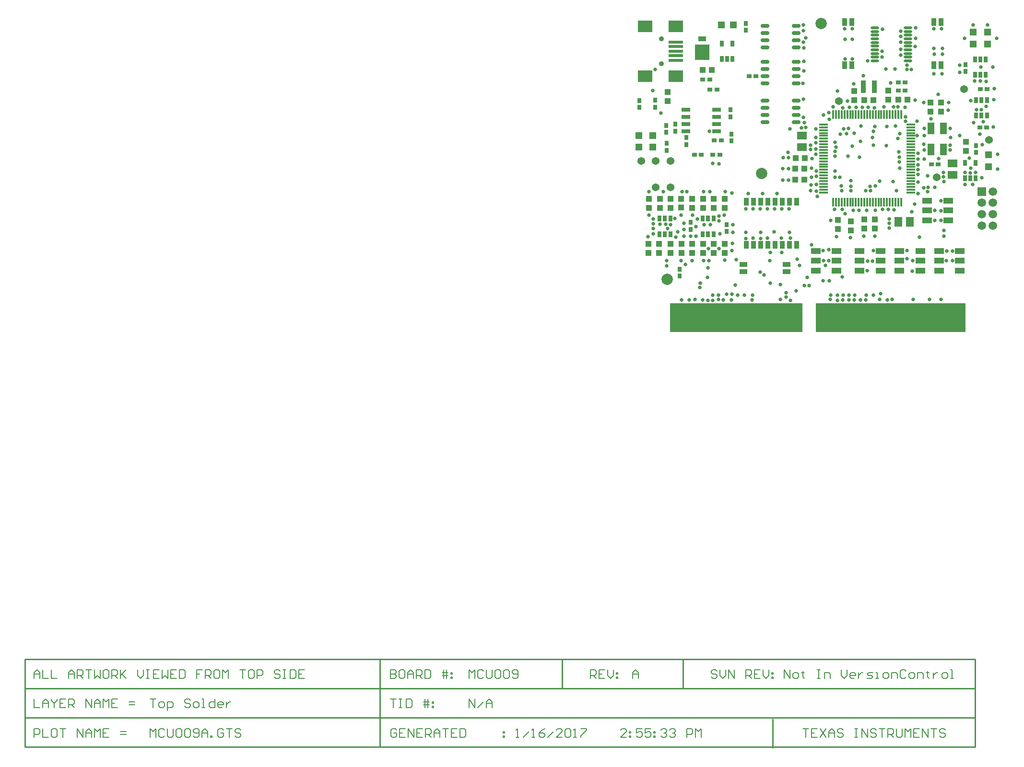
<source format=gts>
G04 Layer_Color=12517376*
%FSAX25Y25*%
%MOIN*%
G70*
G01*
G75*
%ADD27R,0.02165X0.11024*%
%ADD39C,0.01000*%
%ADD40C,0.00800*%
%ADD41C,0.03543*%
%ADD83R,1.04095X0.20472*%
%ADD84R,0.92126X0.20472*%
%ADD85R,0.05118X0.08268*%
%ADD86R,0.10236X0.02362*%
%ADD87R,0.10236X0.08268*%
%ADD88R,0.05118X0.04724*%
%ADD89R,0.06693X0.04331*%
%ADD90R,0.06693X0.04331*%
%ADD91R,0.03386X0.05394*%
%ADD92R,0.05394X0.03386*%
G04:AMPARAMS|DCode=93|XSize=27.56mil|YSize=61.02mil|CornerRadius=3.98mil|HoleSize=0mil|Usage=FLASHONLY|Rotation=90.000|XOffset=0mil|YOffset=0mil|HoleType=Round|Shape=RoundedRectangle|*
%AMROUNDEDRECTD93*
21,1,0.02756,0.05307,0,0,90.0*
21,1,0.01961,0.06102,0,0,90.0*
1,1,0.00795,0.02654,0.00980*
1,1,0.00795,0.02654,-0.00980*
1,1,0.00795,-0.02654,-0.00980*
1,1,0.00795,-0.02654,0.00980*
%
%ADD93ROUNDEDRECTD93*%
%ADD94O,0.01575X0.06102*%
%ADD95O,0.06102X0.01575*%
%ADD96O,0.05905X0.02165*%
%ADD97R,0.10394X0.10894*%
%ADD98R,0.05394X0.03394*%
%ADD99C,0.07874*%
G04:AMPARAMS|DCode=100|XSize=27.56mil|YSize=43.31mil|CornerRadius=3.98mil|HoleSize=0mil|Usage=FLASHONLY|Rotation=0.000|XOffset=0mil|YOffset=0mil|HoleType=Round|Shape=RoundedRectangle|*
%AMROUNDEDRECTD100*
21,1,0.02756,0.03535,0,0,0.0*
21,1,0.01961,0.04331,0,0,0.0*
1,1,0.00795,0.00980,-0.01768*
1,1,0.00795,-0.00980,-0.01768*
1,1,0.00795,-0.00980,0.01768*
1,1,0.00795,0.00980,0.01768*
%
%ADD100ROUNDEDRECTD100*%
%ADD101O,0.06102X0.02756*%
%ADD102R,0.03543X0.09055*%
%ADD103R,0.03543X0.02756*%
%ADD104R,0.04134X0.04331*%
%ADD105R,0.02756X0.03543*%
%ADD106R,0.04331X0.04134*%
%ADD107R,0.04724X0.05118*%
%ADD108R,0.05394X0.06694*%
%ADD109R,0.06694X0.05394*%
%ADD110C,0.05394*%
%ADD111C,0.05905*%
%ADD112R,0.05905X0.05905*%
%ADD113C,0.02594*%
G54D27*
X0690421Y0338093D02*
D03*
X0687272D02*
D03*
X0684122D02*
D03*
X0680973D02*
D03*
X0677823D02*
D03*
X0674673D02*
D03*
X0671524D02*
D03*
X0668374D02*
D03*
X0665225D02*
D03*
X0662075D02*
D03*
X0658925D02*
D03*
X0655776D02*
D03*
X0652626D02*
D03*
X0649476D02*
D03*
X0646327D02*
D03*
X0643177D02*
D03*
X0640028D02*
D03*
X0636878D02*
D03*
X0633729D02*
D03*
X0630579D02*
D03*
X0627429D02*
D03*
X0624280D02*
D03*
X0621130D02*
D03*
X0617980D02*
D03*
X0614831D02*
D03*
X0611681D02*
D03*
X0608532D02*
D03*
X0605382D02*
D03*
X0602232D02*
D03*
X0599083D02*
D03*
X0595933D02*
D03*
X0592784D02*
D03*
X0577036D02*
D03*
X0573886D02*
D03*
X0570736D02*
D03*
X0567587D02*
D03*
X0564437D02*
D03*
X0561287D02*
D03*
X0558138D02*
D03*
X0554988D02*
D03*
X0551839D02*
D03*
X0548689D02*
D03*
X0545540D02*
D03*
X0542390D02*
D03*
X0539240D02*
D03*
X0536091D02*
D03*
X0532941D02*
D03*
X0529791D02*
D03*
X0526642D02*
D03*
X0523492D02*
D03*
X0520343D02*
D03*
X0517193D02*
D03*
X0514043D02*
D03*
X0510894D02*
D03*
X0507744D02*
D03*
X0504595D02*
D03*
X0501445D02*
D03*
X0498295D02*
D03*
X0495146D02*
D03*
X0491996D02*
D03*
G54D39*
X0497200Y0080717D02*
Y0101050D01*
X0413200Y0080717D02*
Y0101050D01*
X0040000Y0080717D02*
X0700200D01*
X0040000Y0060383D02*
X0700000D01*
X0040000Y0040050D02*
X0440500D01*
X0040050Y0101050D02*
X0700200D01*
X0040050Y0040050D02*
Y0101050D01*
Y0040050D02*
X0197600D01*
X0040000D02*
Y0101050D01*
X0286500Y0040050D02*
Y0101050D01*
X0700200Y0040050D02*
Y0101050D01*
X0440500Y0040050D02*
X0700200D01*
X0559400Y0039400D02*
Y0059683D01*
G54D40*
X0126900Y0073549D02*
X0130899D01*
X0128899D01*
Y0067551D01*
X0133898D02*
X0135897D01*
X0136897Y0068550D01*
Y0070550D01*
X0135897Y0071549D01*
X0133898D01*
X0132898Y0070550D01*
Y0068550D01*
X0133898Y0067551D01*
X0138896Y0065551D02*
Y0071549D01*
X0141895D01*
X0142895Y0070550D01*
Y0068550D01*
X0141895Y0067551D01*
X0138896D01*
X0154891Y0072549D02*
X0153891Y0073549D01*
X0151892D01*
X0150892Y0072549D01*
Y0071549D01*
X0151892Y0070550D01*
X0153891D01*
X0154891Y0069550D01*
Y0068550D01*
X0153891Y0067551D01*
X0151892D01*
X0150892Y0068550D01*
X0157890Y0067551D02*
X0159889D01*
X0160889Y0068550D01*
Y0070550D01*
X0159889Y0071549D01*
X0157890D01*
X0156890Y0070550D01*
Y0068550D01*
X0157890Y0067551D01*
X0162888D02*
X0164888D01*
X0163888D01*
Y0073549D01*
X0162888D01*
X0171885D02*
Y0067551D01*
X0168886D01*
X0167887Y0068550D01*
Y0070550D01*
X0168886Y0071549D01*
X0171885D01*
X0176884Y0067551D02*
X0174884D01*
X0173885Y0068550D01*
Y0070550D01*
X0174884Y0071549D01*
X0176884D01*
X0177884Y0070550D01*
Y0069550D01*
X0173885D01*
X0179883Y0071549D02*
Y0067551D01*
Y0069550D01*
X0180883Y0070550D01*
X0181882Y0071549D01*
X0182882D01*
X0126900Y0073549D02*
X0130899D01*
X0128899D01*
Y0067551D01*
X0133898D02*
X0135897D01*
X0136897Y0068550D01*
Y0070550D01*
X0135897Y0071549D01*
X0133898D01*
X0132898Y0070550D01*
Y0068550D01*
X0133898Y0067551D01*
X0138896Y0065551D02*
Y0071549D01*
X0141895D01*
X0142895Y0070550D01*
Y0068550D01*
X0141895Y0067551D01*
X0138896D01*
X0154891Y0072549D02*
X0153891Y0073549D01*
X0151892D01*
X0150892Y0072549D01*
Y0071549D01*
X0151892Y0070550D01*
X0153891D01*
X0154891Y0069550D01*
Y0068550D01*
X0153891Y0067551D01*
X0151892D01*
X0150892Y0068550D01*
X0157890Y0067551D02*
X0159889D01*
X0160889Y0068550D01*
Y0070550D01*
X0159889Y0071549D01*
X0157890D01*
X0156890Y0070550D01*
Y0068550D01*
X0157890Y0067551D01*
X0162888D02*
X0164888D01*
X0163888D01*
Y0073549D01*
X0162888D01*
X0171885D02*
Y0067551D01*
X0168886D01*
X0167887Y0068550D01*
Y0070550D01*
X0168886Y0071549D01*
X0171885D01*
X0176884Y0067551D02*
X0174884D01*
X0173885Y0068550D01*
Y0070550D01*
X0174884Y0071549D01*
X0176884D01*
X0177884Y0070550D01*
Y0069550D01*
X0173885D01*
X0179883Y0071549D02*
Y0067551D01*
Y0069550D01*
X0180883Y0070550D01*
X0181882Y0071549D01*
X0182882D01*
X0567400Y0087833D02*
Y0093831D01*
X0571399Y0087833D01*
Y0093831D01*
X0574398Y0087833D02*
X0576397D01*
X0577397Y0088833D01*
Y0090832D01*
X0576397Y0091832D01*
X0574398D01*
X0573398Y0090832D01*
Y0088833D01*
X0574398Y0087833D01*
X0580396Y0092832D02*
Y0091832D01*
X0579396D01*
X0581395D01*
X0580396D01*
Y0088833D01*
X0581395Y0087833D01*
X0590393Y0093831D02*
X0592392D01*
X0591392D01*
Y0087833D01*
X0590393D01*
X0592392D01*
X0595391D02*
Y0091832D01*
X0598390D01*
X0599390Y0090832D01*
Y0087833D01*
X0607387Y0093831D02*
Y0089833D01*
X0609386Y0087833D01*
X0611386Y0089833D01*
Y0093831D01*
X0616384Y0087833D02*
X0614385D01*
X0613385Y0088833D01*
Y0090832D01*
X0614385Y0091832D01*
X0616384D01*
X0617384Y0090832D01*
Y0089833D01*
X0613385D01*
X0619383Y0091832D02*
Y0087833D01*
Y0089833D01*
X0620383Y0090832D01*
X0621383Y0091832D01*
X0622382D01*
X0625381Y0087833D02*
X0628380D01*
X0629380Y0088833D01*
X0628380Y0089833D01*
X0626381D01*
X0625381Y0090832D01*
X0626381Y0091832D01*
X0629380D01*
X0631379Y0087833D02*
X0633379D01*
X0632379D01*
Y0091832D01*
X0631379D01*
X0637377Y0087833D02*
X0639377D01*
X0640376Y0088833D01*
Y0090832D01*
X0639377Y0091832D01*
X0637377D01*
X0636378Y0090832D01*
Y0088833D01*
X0637377Y0087833D01*
X0642376D02*
Y0091832D01*
X0645375D01*
X0646374Y0090832D01*
Y0087833D01*
X0652373Y0092832D02*
X0651373Y0093831D01*
X0649373D01*
X0648374Y0092832D01*
Y0088833D01*
X0649373Y0087833D01*
X0651373D01*
X0652373Y0088833D01*
X0655372Y0087833D02*
X0657371D01*
X0658371Y0088833D01*
Y0090832D01*
X0657371Y0091832D01*
X0655372D01*
X0654372Y0090832D01*
Y0088833D01*
X0655372Y0087833D01*
X0660370D02*
Y0091832D01*
X0663369D01*
X0664369Y0090832D01*
Y0087833D01*
X0667368Y0092832D02*
Y0091832D01*
X0666368D01*
X0668367D01*
X0667368D01*
Y0088833D01*
X0668367Y0087833D01*
X0671366Y0091832D02*
Y0087833D01*
Y0089833D01*
X0672366Y0090832D01*
X0673366Y0091832D01*
X0674365D01*
X0678364Y0087833D02*
X0680364D01*
X0681363Y0088833D01*
Y0090832D01*
X0680364Y0091832D01*
X0678364D01*
X0677364Y0090832D01*
Y0088833D01*
X0678364Y0087833D01*
X0683362D02*
X0685362D01*
X0684362D01*
Y0093831D01*
X0683362D01*
X0520799Y0092832D02*
X0519799Y0093831D01*
X0517800D01*
X0516800Y0092832D01*
Y0091832D01*
X0517800Y0090832D01*
X0519799D01*
X0520799Y0089833D01*
Y0088833D01*
X0519799Y0087833D01*
X0517800D01*
X0516800Y0088833D01*
X0522798Y0093831D02*
Y0089833D01*
X0524797Y0087833D01*
X0526797Y0089833D01*
Y0093831D01*
X0528796Y0087833D02*
Y0093831D01*
X0532795Y0087833D01*
Y0093831D01*
X0540792Y0087833D02*
Y0093831D01*
X0543791D01*
X0544791Y0092832D01*
Y0090832D01*
X0543791Y0089833D01*
X0540792D01*
X0542792D02*
X0544791Y0087833D01*
X0550789Y0093831D02*
X0546790D01*
Y0087833D01*
X0550789D01*
X0546790Y0090832D02*
X0548790D01*
X0552788Y0093831D02*
Y0089833D01*
X0554788Y0087833D01*
X0556787Y0089833D01*
Y0093831D01*
X0558786Y0091832D02*
X0559786D01*
Y0090832D01*
X0558786D01*
Y0091832D01*
Y0088833D02*
X0559786D01*
Y0087833D01*
X0558786D01*
Y0088833D01*
X0433000Y0087833D02*
Y0093831D01*
X0435999D01*
X0436999Y0092832D01*
Y0090832D01*
X0435999Y0089833D01*
X0433000D01*
X0434999D02*
X0436999Y0087833D01*
X0442997Y0093831D02*
X0438998D01*
Y0087833D01*
X0442997D01*
X0438998Y0090832D02*
X0440997D01*
X0444996Y0093831D02*
Y0089833D01*
X0446995Y0087833D01*
X0448995Y0089833D01*
Y0093831D01*
X0450994Y0091832D02*
X0451994D01*
Y0090832D01*
X0450994D01*
Y0091832D01*
Y0088833D02*
X0451994D01*
Y0087833D01*
X0450994D01*
Y0088833D01*
X0126900Y0046966D02*
Y0052965D01*
X0128899Y0050965D01*
X0130899Y0052965D01*
Y0046966D01*
X0136897Y0051965D02*
X0135897Y0052965D01*
X0133898D01*
X0132898Y0051965D01*
Y0047966D01*
X0133898Y0046966D01*
X0135897D01*
X0136897Y0047966D01*
X0138896Y0052965D02*
Y0047966D01*
X0139896Y0046966D01*
X0141895D01*
X0142895Y0047966D01*
Y0052965D01*
X0144894Y0051965D02*
X0145894Y0052965D01*
X0147893D01*
X0148893Y0051965D01*
Y0047966D01*
X0147893Y0046966D01*
X0145894D01*
X0144894Y0047966D01*
Y0051965D01*
X0150892D02*
X0151892Y0052965D01*
X0153891D01*
X0154891Y0051965D01*
Y0047966D01*
X0153891Y0046966D01*
X0151892D01*
X0150892Y0047966D01*
Y0051965D01*
X0156890Y0047966D02*
X0157890Y0046966D01*
X0159889D01*
X0160889Y0047966D01*
Y0051965D01*
X0159889Y0052965D01*
X0157890D01*
X0156890Y0051965D01*
Y0050965D01*
X0157890Y0049966D01*
X0160889D01*
X0162888Y0046966D02*
Y0050965D01*
X0164888Y0052965D01*
X0166887Y0050965D01*
Y0046966D01*
Y0049966D01*
X0162888D01*
X0168886Y0046966D02*
Y0047966D01*
X0169886D01*
Y0046966D01*
X0168886D01*
X0177884Y0051965D02*
X0176884Y0052965D01*
X0174884D01*
X0173885Y0051965D01*
Y0047966D01*
X0174884Y0046966D01*
X0176884D01*
X0177884Y0047966D01*
Y0049966D01*
X0175884D01*
X0179883Y0052965D02*
X0183882D01*
X0181882D01*
Y0046966D01*
X0189880Y0051965D02*
X0188880Y0052965D01*
X0186881D01*
X0185881Y0051965D01*
Y0050965D01*
X0186881Y0049966D01*
X0188880D01*
X0189880Y0048966D01*
Y0047966D01*
X0188880Y0046966D01*
X0186881D01*
X0185881Y0047966D01*
X0381150Y0046966D02*
X0383149D01*
X0382150D01*
Y0052965D01*
X0381150Y0051965D01*
X0386148Y0046966D02*
X0390147Y0050965D01*
X0392146Y0046966D02*
X0394146D01*
X0393146D01*
Y0052965D01*
X0392146Y0051965D01*
X0401144Y0052965D02*
X0399144Y0051965D01*
X0397145Y0049966D01*
Y0047966D01*
X0398145Y0046966D01*
X0400144D01*
X0401144Y0047966D01*
Y0048966D01*
X0400144Y0049966D01*
X0397145D01*
X0403143Y0046966D02*
X0407142Y0050965D01*
X0413140Y0046966D02*
X0409141D01*
X0413140Y0050965D01*
Y0051965D01*
X0412140Y0052965D01*
X0410141D01*
X0409141Y0051965D01*
X0415139D02*
X0416139Y0052965D01*
X0418138D01*
X0419138Y0051965D01*
Y0047966D01*
X0418138Y0046966D01*
X0416139D01*
X0415139Y0047966D01*
Y0051965D01*
X0421137Y0046966D02*
X0423136D01*
X0422137D01*
Y0052965D01*
X0421137Y0051965D01*
X0426135Y0052965D02*
X0430134D01*
Y0051965D01*
X0426135Y0047966D01*
Y0046966D01*
X0298199Y0051965D02*
X0297199Y0052965D01*
X0295200D01*
X0294200Y0051965D01*
Y0047966D01*
X0295200Y0046966D01*
X0297199D01*
X0298199Y0047966D01*
Y0049966D01*
X0296199D01*
X0304197Y0052965D02*
X0300198D01*
Y0046966D01*
X0304197D01*
X0300198Y0049966D02*
X0302197D01*
X0306196Y0046966D02*
Y0052965D01*
X0310195Y0046966D01*
Y0052965D01*
X0316193D02*
X0312194D01*
Y0046966D01*
X0316193D01*
X0312194Y0049966D02*
X0314194D01*
X0318192Y0046966D02*
Y0052965D01*
X0321191D01*
X0322191Y0051965D01*
Y0049966D01*
X0321191Y0048966D01*
X0318192D01*
X0320192D02*
X0322191Y0046966D01*
X0324190D02*
Y0050965D01*
X0326190Y0052965D01*
X0328189Y0050965D01*
Y0046966D01*
Y0049966D01*
X0324190D01*
X0330188Y0052965D02*
X0334187D01*
X0332188D01*
Y0046966D01*
X0340185Y0052965D02*
X0336186D01*
Y0046966D01*
X0340185D01*
X0336186Y0049966D02*
X0338186D01*
X0342184Y0052965D02*
Y0046966D01*
X0345183D01*
X0346183Y0047966D01*
Y0051965D01*
X0345183Y0052965D01*
X0342184D01*
X0372175Y0050965D02*
X0373175D01*
Y0049966D01*
X0372175D01*
Y0050965D01*
Y0047966D02*
X0373175D01*
Y0046966D01*
X0372175D01*
Y0047966D01*
X0046350Y0087833D02*
Y0091832D01*
X0048349Y0093831D01*
X0050349Y0091832D01*
Y0087833D01*
Y0090832D01*
X0046350D01*
X0052348Y0093831D02*
Y0087833D01*
X0056347D01*
X0058346Y0093831D02*
Y0087833D01*
X0062345D01*
X0070342D02*
Y0091832D01*
X0072342Y0093831D01*
X0074341Y0091832D01*
Y0087833D01*
Y0090832D01*
X0070342D01*
X0076340Y0087833D02*
Y0093831D01*
X0079339D01*
X0080339Y0092832D01*
Y0090832D01*
X0079339Y0089833D01*
X0076340D01*
X0078340D02*
X0080339Y0087833D01*
X0082338Y0093831D02*
X0086337D01*
X0084338D01*
Y0087833D01*
X0088336Y0093831D02*
Y0087833D01*
X0090336Y0089833D01*
X0092335Y0087833D01*
Y0093831D01*
X0097334D02*
X0095334D01*
X0094335Y0092832D01*
Y0088833D01*
X0095334Y0087833D01*
X0097334D01*
X0098333Y0088833D01*
Y0092832D01*
X0097334Y0093831D01*
X0100332Y0087833D02*
Y0093831D01*
X0103332D01*
X0104331Y0092832D01*
Y0090832D01*
X0103332Y0089833D01*
X0100332D01*
X0102332D02*
X0104331Y0087833D01*
X0106331Y0093831D02*
Y0087833D01*
Y0089833D01*
X0110329Y0093831D01*
X0107330Y0090832D01*
X0110329Y0087833D01*
X0118327Y0093831D02*
Y0089833D01*
X0120326Y0087833D01*
X0122325Y0089833D01*
Y0093831D01*
X0124325D02*
X0126324D01*
X0125324D01*
Y0087833D01*
X0124325D01*
X0126324D01*
X0133322Y0093831D02*
X0129323D01*
Y0087833D01*
X0133322D01*
X0129323Y0090832D02*
X0131323D01*
X0135321Y0093831D02*
Y0087833D01*
X0137321Y0089833D01*
X0139320Y0087833D01*
Y0093831D01*
X0145318D02*
X0141319D01*
Y0087833D01*
X0145318D01*
X0141319Y0090832D02*
X0143319D01*
X0147317Y0093831D02*
Y0087833D01*
X0150316D01*
X0151316Y0088833D01*
Y0092832D01*
X0150316Y0093831D01*
X0147317D01*
X0163312D02*
X0159313D01*
Y0090832D01*
X0161313D01*
X0159313D01*
Y0087833D01*
X0165312D02*
Y0093831D01*
X0168310D01*
X0169310Y0092832D01*
Y0090832D01*
X0168310Y0089833D01*
X0165312D01*
X0167311D02*
X0169310Y0087833D01*
X0174309Y0093831D02*
X0172309D01*
X0171310Y0092832D01*
Y0088833D01*
X0172309Y0087833D01*
X0174309D01*
X0175308Y0088833D01*
Y0092832D01*
X0174309Y0093831D01*
X0177308Y0087833D02*
Y0093831D01*
X0179307Y0091832D01*
X0181306Y0093831D01*
Y0087833D01*
X0189304Y0093831D02*
X0193303D01*
X0191303D01*
Y0087833D01*
X0198301Y0093831D02*
X0196301D01*
X0195302Y0092832D01*
Y0088833D01*
X0196301Y0087833D01*
X0198301D01*
X0199301Y0088833D01*
Y0092832D01*
X0198301Y0093831D01*
X0201300Y0087833D02*
Y0093831D01*
X0204299D01*
X0205299Y0092832D01*
Y0090832D01*
X0204299Y0089833D01*
X0201300D01*
X0217295Y0092832D02*
X0216295Y0093831D01*
X0214296D01*
X0213296Y0092832D01*
Y0091832D01*
X0214296Y0090832D01*
X0216295D01*
X0217295Y0089833D01*
Y0088833D01*
X0216295Y0087833D01*
X0214296D01*
X0213296Y0088833D01*
X0219294Y0093831D02*
X0221293D01*
X0220294D01*
Y0087833D01*
X0219294D01*
X0221293D01*
X0224292Y0093831D02*
Y0087833D01*
X0227291D01*
X0228291Y0088833D01*
Y0092832D01*
X0227291Y0093831D01*
X0224292D01*
X0234289D02*
X0230291D01*
Y0087833D01*
X0234289D01*
X0230291Y0090832D02*
X0232290D01*
X0462150Y0087833D02*
Y0091832D01*
X0464149Y0093831D01*
X0466149Y0091832D01*
Y0087833D01*
Y0090832D01*
X0462150D01*
X0348550Y0087833D02*
Y0093831D01*
X0350549Y0091832D01*
X0352549Y0093831D01*
Y0087833D01*
X0358547Y0092832D02*
X0357547Y0093831D01*
X0355548D01*
X0354548Y0092832D01*
Y0088833D01*
X0355548Y0087833D01*
X0357547D01*
X0358547Y0088833D01*
X0360546Y0093831D02*
Y0088833D01*
X0361546Y0087833D01*
X0363545D01*
X0364545Y0088833D01*
Y0093831D01*
X0366544Y0092832D02*
X0367544Y0093831D01*
X0369543D01*
X0370543Y0092832D01*
Y0088833D01*
X0369543Y0087833D01*
X0367544D01*
X0366544Y0088833D01*
Y0092832D01*
X0372542D02*
X0373542Y0093831D01*
X0375541D01*
X0376541Y0092832D01*
Y0088833D01*
X0375541Y0087833D01*
X0373542D01*
X0372542Y0088833D01*
Y0092832D01*
X0378540Y0088833D02*
X0379540Y0087833D01*
X0381539D01*
X0382539Y0088833D01*
Y0092832D01*
X0381539Y0093831D01*
X0379540D01*
X0378540Y0092832D01*
Y0091832D01*
X0379540Y0090832D01*
X0382539D01*
X0294000Y0093831D02*
Y0087833D01*
X0296999D01*
X0297999Y0088833D01*
Y0089833D01*
X0296999Y0090832D01*
X0294000D01*
X0296999D01*
X0297999Y0091832D01*
Y0092832D01*
X0296999Y0093831D01*
X0294000D01*
X0302997D02*
X0300998D01*
X0299998Y0092832D01*
Y0088833D01*
X0300998Y0087833D01*
X0302997D01*
X0303997Y0088833D01*
Y0092832D01*
X0302997Y0093831D01*
X0305996Y0087833D02*
Y0091832D01*
X0307996Y0093831D01*
X0309995Y0091832D01*
Y0087833D01*
Y0090832D01*
X0305996D01*
X0311994Y0087833D02*
Y0093831D01*
X0314993D01*
X0315993Y0092832D01*
Y0090832D01*
X0314993Y0089833D01*
X0311994D01*
X0313994D02*
X0315993Y0087833D01*
X0317992Y0093831D02*
Y0087833D01*
X0320991D01*
X0321991Y0088833D01*
Y0092832D01*
X0320991Y0093831D01*
X0317992D01*
X0330988Y0087833D02*
Y0093831D01*
X0332987D02*
Y0087833D01*
X0329988Y0091832D02*
X0332987D01*
X0333987D01*
X0329988Y0089833D02*
X0333987D01*
X0335986Y0091832D02*
X0336986D01*
Y0090832D01*
X0335986D01*
Y0091832D01*
Y0088833D02*
X0336986D01*
Y0087833D01*
X0335986D01*
Y0088833D01*
X0046350Y0073549D02*
Y0067551D01*
X0050349D01*
X0052348D02*
Y0071549D01*
X0054347Y0073549D01*
X0056347Y0071549D01*
Y0067551D01*
Y0070550D01*
X0052348D01*
X0058346Y0073549D02*
Y0072549D01*
X0060346Y0070550D01*
X0062345Y0072549D01*
Y0073549D01*
X0060346Y0070550D02*
Y0067551D01*
X0068343Y0073549D02*
X0064344D01*
Y0067551D01*
X0068343D01*
X0064344Y0070550D02*
X0066343D01*
X0070342Y0067551D02*
Y0073549D01*
X0073341D01*
X0074341Y0072549D01*
Y0070550D01*
X0073341Y0069550D01*
X0070342D01*
X0072342D02*
X0074341Y0067551D01*
X0082338D02*
Y0073549D01*
X0086337Y0067551D01*
Y0073549D01*
X0088336Y0067551D02*
Y0071549D01*
X0090336Y0073549D01*
X0092335Y0071549D01*
Y0067551D01*
Y0070550D01*
X0088336D01*
X0094335Y0067551D02*
Y0073549D01*
X0096334Y0071549D01*
X0098333Y0073549D01*
Y0067551D01*
X0104331Y0073549D02*
X0100332D01*
Y0067551D01*
X0104331D01*
X0100332Y0070550D02*
X0102332D01*
X0112329Y0069550D02*
X0116327D01*
X0112329Y0071549D02*
X0116327D01*
X0046350Y0046966D02*
Y0052965D01*
X0049349D01*
X0050349Y0051965D01*
Y0049966D01*
X0049349Y0048966D01*
X0046350D01*
X0052348Y0052965D02*
Y0046966D01*
X0056347D01*
X0061345Y0052965D02*
X0059346D01*
X0058346Y0051965D01*
Y0047966D01*
X0059346Y0046966D01*
X0061345D01*
X0062345Y0047966D01*
Y0051965D01*
X0061345Y0052965D01*
X0064344D02*
X0068343D01*
X0066343D01*
Y0046966D01*
X0076340D02*
Y0052965D01*
X0080339Y0046966D01*
Y0052965D01*
X0082338Y0046966D02*
Y0050965D01*
X0084338Y0052965D01*
X0086337Y0050965D01*
Y0046966D01*
Y0049966D01*
X0082338D01*
X0088336Y0046966D02*
Y0052965D01*
X0090336Y0050965D01*
X0092335Y0052965D01*
Y0046966D01*
X0098333Y0052965D02*
X0094335D01*
Y0046966D01*
X0098333D01*
X0094335Y0049966D02*
X0096334D01*
X0106331Y0048966D02*
X0110329D01*
X0106331Y0050965D02*
X0110329D01*
X0458049Y0046966D02*
X0454050D01*
X0458049Y0050965D01*
Y0051965D01*
X0457049Y0052965D01*
X0455050D01*
X0454050Y0051965D01*
X0460048Y0050965D02*
X0461048D01*
Y0049966D01*
X0460048D01*
Y0050965D01*
Y0047966D02*
X0461048D01*
Y0046966D01*
X0460048D01*
Y0047966D01*
X0469045Y0052965D02*
X0465046D01*
Y0049966D01*
X0467046Y0050965D01*
X0468046D01*
X0469045Y0049966D01*
Y0047966D01*
X0468046Y0046966D01*
X0466046D01*
X0465046Y0047966D01*
X0475043Y0052965D02*
X0471044D01*
Y0049966D01*
X0473044Y0050965D01*
X0474044D01*
X0475043Y0049966D01*
Y0047966D01*
X0474044Y0046966D01*
X0472044D01*
X0471044Y0047966D01*
X0477043Y0050965D02*
X0478042D01*
Y0049966D01*
X0477043D01*
Y0050965D01*
Y0047966D02*
X0478042D01*
Y0046966D01*
X0477043D01*
Y0047966D01*
X0482041Y0051965D02*
X0483041Y0052965D01*
X0485040D01*
X0486040Y0051965D01*
Y0050965D01*
X0485040Y0049966D01*
X0484040D01*
X0485040D01*
X0486040Y0048966D01*
Y0047966D01*
X0485040Y0046966D01*
X0483041D01*
X0482041Y0047966D01*
X0488039Y0051965D02*
X0489039Y0052965D01*
X0491038D01*
X0492038Y0051965D01*
Y0050965D01*
X0491038Y0049966D01*
X0490038D01*
X0491038D01*
X0492038Y0048966D01*
Y0047966D01*
X0491038Y0046966D01*
X0489039D01*
X0488039Y0047966D01*
X0500035Y0046966D02*
Y0052965D01*
X0503034D01*
X0504034Y0051965D01*
Y0049966D01*
X0503034Y0048966D01*
X0500035D01*
X0506033Y0046966D02*
Y0052965D01*
X0508033Y0050965D01*
X0510032Y0052965D01*
Y0046966D01*
X0580500Y0052965D02*
X0584499D01*
X0582499D01*
Y0046966D01*
X0590497Y0052965D02*
X0586498D01*
Y0046966D01*
X0590497D01*
X0586498Y0049966D02*
X0588497D01*
X0592496Y0052965D02*
X0596495Y0046966D01*
Y0052965D02*
X0592496Y0046966D01*
X0598494D02*
Y0050965D01*
X0600493Y0052965D01*
X0602493Y0050965D01*
Y0046966D01*
Y0049966D01*
X0598494D01*
X0608491Y0051965D02*
X0607491Y0052965D01*
X0605492D01*
X0604492Y0051965D01*
Y0050965D01*
X0605492Y0049966D01*
X0607491D01*
X0608491Y0048966D01*
Y0047966D01*
X0607491Y0046966D01*
X0605492D01*
X0604492Y0047966D01*
X0616488Y0052965D02*
X0618488D01*
X0617488D01*
Y0046966D01*
X0616488D01*
X0618488D01*
X0621487D02*
Y0052965D01*
X0625486Y0046966D01*
Y0052965D01*
X0631484Y0051965D02*
X0630484Y0052965D01*
X0628484D01*
X0627485Y0051965D01*
Y0050965D01*
X0628484Y0049966D01*
X0630484D01*
X0631484Y0048966D01*
Y0047966D01*
X0630484Y0046966D01*
X0628484D01*
X0627485Y0047966D01*
X0633483Y0052965D02*
X0637482D01*
X0635482D01*
Y0046966D01*
X0639481D02*
Y0052965D01*
X0642480D01*
X0643480Y0051965D01*
Y0049966D01*
X0642480Y0048966D01*
X0639481D01*
X0641480D02*
X0643480Y0046966D01*
X0645479Y0052965D02*
Y0047966D01*
X0646479Y0046966D01*
X0648478D01*
X0649478Y0047966D01*
Y0052965D01*
X0651477Y0046966D02*
Y0052965D01*
X0653476Y0050965D01*
X0655476Y0052965D01*
Y0046966D01*
X0661474Y0052965D02*
X0657475D01*
Y0046966D01*
X0661474D01*
X0657475Y0049966D02*
X0659474D01*
X0663473Y0046966D02*
Y0052965D01*
X0667472Y0046966D01*
Y0052965D01*
X0669471D02*
X0673470D01*
X0671471D01*
Y0046966D01*
X0679468Y0051965D02*
X0678468Y0052965D01*
X0676469D01*
X0675469Y0051965D01*
Y0050965D01*
X0676469Y0049966D01*
X0678468D01*
X0679468Y0048966D01*
Y0047966D01*
X0678468Y0046966D01*
X0676469D01*
X0675469Y0047966D01*
X0294000Y0073498D02*
X0297999D01*
X0295999D01*
Y0067500D01*
X0299998Y0073498D02*
X0301997D01*
X0300998D01*
Y0067500D01*
X0299998D01*
X0301997D01*
X0304996Y0073498D02*
Y0067500D01*
X0307996D01*
X0308995Y0068500D01*
Y0072498D01*
X0307996Y0073498D01*
X0304996D01*
X0317992Y0067500D02*
Y0073498D01*
X0319992D02*
Y0067500D01*
X0316993Y0071499D02*
X0319992D01*
X0320991D01*
X0316993Y0069499D02*
X0320991D01*
X0322991Y0071499D02*
X0323990D01*
Y0070499D01*
X0322991D01*
Y0071499D01*
Y0068500D02*
X0323990D01*
Y0067500D01*
X0322991D01*
Y0068500D01*
X0348550Y0067500D02*
Y0073498D01*
X0352549Y0067500D01*
Y0073498D01*
X0354548Y0067500D02*
X0358547Y0071499D01*
X0360546Y0067500D02*
Y0071499D01*
X0362545Y0073498D01*
X0364545Y0071499D01*
Y0067500D01*
Y0070499D01*
X0360546D01*
G54D41*
X0482140Y0532908D02*
D03*
Y0515585D02*
D03*
G54D83*
X0641681Y0338880D02*
D03*
G54D84*
X0534122Y0338880D02*
D03*
G54D85*
X0678203Y0455943D02*
D03*
X0669542D02*
D03*
X0678203Y0470510D02*
D03*
X0669542D02*
D03*
G54D86*
X0492376Y0530546D02*
D03*
Y0527396D02*
D03*
Y0524247D02*
D03*
Y0521097D02*
D03*
Y0517947D02*
D03*
G54D87*
Y0541569D02*
D03*
Y0506924D02*
D03*
X0470723Y0541569D02*
D03*
Y0506924D02*
D03*
G54D88*
X0708981Y0529113D02*
D03*
Y0537380D02*
D03*
X0709700Y0452034D02*
D03*
Y0443766D02*
D03*
X0476089Y0457390D02*
D03*
Y0465658D02*
D03*
X0699012Y0529113D02*
D03*
Y0537380D02*
D03*
X0466410Y0457373D02*
D03*
Y0465640D02*
D03*
G54D89*
X0681484Y0406510D02*
D03*
Y0413400D02*
D03*
Y0420290D02*
D03*
X0666917D02*
D03*
Y0413400D02*
D03*
Y0406510D02*
D03*
X0675106Y0385290D02*
D03*
Y0378400D02*
D03*
Y0371510D02*
D03*
X0689674D02*
D03*
Y0378400D02*
D03*
Y0385290D02*
D03*
G54D90*
X0619916D02*
D03*
Y0378400D02*
D03*
Y0371510D02*
D03*
X0634483D02*
D03*
Y0378400D02*
D03*
Y0385290D02*
D03*
X0589417D02*
D03*
Y0378400D02*
D03*
Y0371510D02*
D03*
X0603983D02*
D03*
Y0378400D02*
D03*
Y0385290D02*
D03*
X0662174Y0371510D02*
D03*
Y0378400D02*
D03*
Y0385290D02*
D03*
X0647607D02*
D03*
Y0378400D02*
D03*
Y0371510D02*
D03*
G54D91*
X0541200Y0389400D02*
D03*
X0546200D02*
D03*
X0551200D02*
D03*
X0556200D02*
D03*
X0561200D02*
D03*
X0566200D02*
D03*
X0571200D02*
D03*
X0576200D02*
D03*
Y0419400D02*
D03*
X0571200D02*
D03*
X0566200D02*
D03*
X0561200D02*
D03*
X0556200D02*
D03*
X0551200D02*
D03*
X0546200D02*
D03*
X0541200D02*
D03*
X0609700Y0544400D02*
D03*
X0614700D02*
D03*
Y0514400D02*
D03*
X0609700D02*
D03*
X0676700Y0544400D02*
D03*
X0671700D02*
D03*
Y0514400D02*
D03*
X0676700D02*
D03*
G54D92*
X0539200Y0375900D02*
D03*
Y0370900D02*
D03*
X0569200D02*
D03*
Y0375900D02*
D03*
G54D93*
X0499181Y0483644D02*
D03*
Y0478644D02*
D03*
Y0473644D02*
D03*
Y0468644D02*
D03*
X0520638Y0483644D02*
D03*
Y0478644D02*
D03*
Y0473644D02*
D03*
Y0468644D02*
D03*
G54D94*
X0601578Y0480030D02*
D03*
X0603546D02*
D03*
X0605515D02*
D03*
X0607483D02*
D03*
X0609452D02*
D03*
X0611420D02*
D03*
X0613389D02*
D03*
X0615357D02*
D03*
X0617326D02*
D03*
X0619295D02*
D03*
X0621263D02*
D03*
X0623232D02*
D03*
X0625200D02*
D03*
X0627169D02*
D03*
X0629137D02*
D03*
X0631106D02*
D03*
X0633074D02*
D03*
X0635042D02*
D03*
X0637011D02*
D03*
X0638979D02*
D03*
X0640948D02*
D03*
X0642916D02*
D03*
X0644885D02*
D03*
X0646853D02*
D03*
X0648822D02*
D03*
Y0419203D02*
D03*
X0646853D02*
D03*
X0644885D02*
D03*
X0642916D02*
D03*
X0640948D02*
D03*
X0638979D02*
D03*
X0637011D02*
D03*
X0635042D02*
D03*
X0633074D02*
D03*
X0631106D02*
D03*
X0629137D02*
D03*
X0627169D02*
D03*
X0625200D02*
D03*
X0623232D02*
D03*
X0621263D02*
D03*
X0619295D02*
D03*
X0617326D02*
D03*
X0615357D02*
D03*
X0613389D02*
D03*
X0611420D02*
D03*
X0609452D02*
D03*
X0607483D02*
D03*
X0605515D02*
D03*
X0603546D02*
D03*
X0601578D02*
D03*
G54D95*
X0655613Y0473238D02*
D03*
Y0471270D02*
D03*
Y0469301D02*
D03*
Y0467333D02*
D03*
Y0465364D02*
D03*
Y0463396D02*
D03*
Y0461427D02*
D03*
Y0459459D02*
D03*
Y0457490D02*
D03*
Y0455522D02*
D03*
Y0453553D02*
D03*
Y0451585D02*
D03*
Y0449616D02*
D03*
Y0447648D02*
D03*
Y0445679D02*
D03*
Y0443711D02*
D03*
Y0441742D02*
D03*
Y0439774D02*
D03*
Y0437805D02*
D03*
Y0435837D02*
D03*
Y0433868D02*
D03*
Y0431900D02*
D03*
Y0429931D02*
D03*
Y0427963D02*
D03*
Y0425994D02*
D03*
X0594787D02*
D03*
Y0427963D02*
D03*
Y0429931D02*
D03*
Y0431900D02*
D03*
Y0433868D02*
D03*
Y0435837D02*
D03*
Y0437805D02*
D03*
Y0439774D02*
D03*
Y0441742D02*
D03*
Y0443711D02*
D03*
Y0445679D02*
D03*
Y0447648D02*
D03*
Y0449616D02*
D03*
Y0451585D02*
D03*
Y0453553D02*
D03*
Y0455522D02*
D03*
Y0457490D02*
D03*
Y0459459D02*
D03*
Y0461427D02*
D03*
Y0463396D02*
D03*
Y0465364D02*
D03*
Y0467333D02*
D03*
Y0469301D02*
D03*
Y0471270D02*
D03*
Y0473238D02*
D03*
G54D96*
X0630395Y0540560D02*
D03*
Y0538001D02*
D03*
Y0535442D02*
D03*
Y0532883D02*
D03*
Y0530324D02*
D03*
Y0527765D02*
D03*
Y0525206D02*
D03*
Y0522647D02*
D03*
Y0520087D02*
D03*
Y0517528D02*
D03*
X0653624Y0540560D02*
D03*
Y0538001D02*
D03*
Y0535442D02*
D03*
Y0532883D02*
D03*
Y0530324D02*
D03*
Y0527765D02*
D03*
Y0525206D02*
D03*
Y0522647D02*
D03*
Y0520087D02*
D03*
Y0517528D02*
D03*
G54D97*
X0510410Y0523544D02*
D03*
G54D98*
Y0532744D02*
D03*
G54D99*
X0593200Y0543400D02*
D03*
X0486190Y0365360D02*
D03*
X0551890Y0439160D02*
D03*
G54D100*
X0708440Y0479487D02*
D03*
X0704700D02*
D03*
X0700960D02*
D03*
Y0490313D02*
D03*
X0704700D02*
D03*
X0708440D02*
D03*
X0510960Y0396987D02*
D03*
X0514700D02*
D03*
X0518440D02*
D03*
Y0407813D02*
D03*
X0514700D02*
D03*
X0510960D02*
D03*
X0693150Y0435747D02*
D03*
X0696890D02*
D03*
X0700630D02*
D03*
Y0446573D02*
D03*
X0693150D02*
D03*
X0524169Y0518731D02*
D03*
X0527910D02*
D03*
X0531650D02*
D03*
Y0529558D02*
D03*
X0524169D02*
D03*
X0700240Y0507833D02*
D03*
X0703981D02*
D03*
X0707721D02*
D03*
Y0518660D02*
D03*
X0703981D02*
D03*
X0700240D02*
D03*
X0480960Y0396987D02*
D03*
X0484700D02*
D03*
X0488440D02*
D03*
Y0407813D02*
D03*
X0484700D02*
D03*
X0480960D02*
D03*
G54D101*
X0554284Y0489747D02*
D03*
Y0484747D02*
D03*
Y0479747D02*
D03*
Y0474747D02*
D03*
X0575740Y0489747D02*
D03*
Y0484747D02*
D03*
Y0479747D02*
D03*
Y0474747D02*
D03*
Y0526747D02*
D03*
Y0531747D02*
D03*
Y0536747D02*
D03*
Y0541747D02*
D03*
X0554284Y0526747D02*
D03*
Y0531747D02*
D03*
Y0536747D02*
D03*
Y0541747D02*
D03*
X0575740Y0501747D02*
D03*
Y0506747D02*
D03*
Y0511747D02*
D03*
Y0516747D02*
D03*
X0554284Y0501747D02*
D03*
Y0506747D02*
D03*
Y0511747D02*
D03*
Y0516747D02*
D03*
G54D102*
X0630327Y0499660D02*
D03*
X0622453D02*
D03*
G54D103*
X0651562Y0502400D02*
D03*
X0646838D02*
D03*
X0515772Y0504644D02*
D03*
X0511047D02*
D03*
X0520772Y0497644D02*
D03*
X0516047D02*
D03*
X0523752Y0462160D02*
D03*
X0519028D02*
D03*
X0509788Y0452294D02*
D03*
X0505063D02*
D03*
X0703528Y0471160D02*
D03*
X0708252D02*
D03*
X0547851Y0506724D02*
D03*
X0543127D02*
D03*
X0518047Y0452144D02*
D03*
X0522772D02*
D03*
X0669838Y0445400D02*
D03*
X0674562D02*
D03*
X0708562Y0497900D02*
D03*
X0703838D02*
D03*
X0651562Y0496900D02*
D03*
X0646838D02*
D03*
G54D104*
X0473200Y0383750D02*
D03*
Y0390050D02*
D03*
X0496200Y0383750D02*
D03*
Y0390050D02*
D03*
X0495890Y0421660D02*
D03*
Y0415361D02*
D03*
X0473700Y0421550D02*
D03*
Y0415250D02*
D03*
X0503700Y0383750D02*
D03*
Y0390050D02*
D03*
X0526200Y0383750D02*
D03*
Y0390050D02*
D03*
Y0421550D02*
D03*
Y0415250D02*
D03*
X0503700Y0421550D02*
D03*
Y0415250D02*
D03*
X0480700Y0390050D02*
D03*
Y0383750D02*
D03*
X0488700Y0390050D02*
D03*
Y0383750D02*
D03*
Y0415250D02*
D03*
Y0421550D02*
D03*
X0481200Y0415250D02*
D03*
Y0421550D02*
D03*
X0511200Y0390050D02*
D03*
Y0383750D02*
D03*
X0518700Y0390050D02*
D03*
Y0383750D02*
D03*
X0518700Y0415250D02*
D03*
Y0421550D02*
D03*
X0511200Y0415250D02*
D03*
Y0421550D02*
D03*
X0630700Y0407050D02*
D03*
Y0400750D02*
D03*
X0486390Y0489510D02*
D03*
Y0495810D02*
D03*
X0693890Y0455010D02*
D03*
Y0461310D02*
D03*
X0623200Y0407050D02*
D03*
Y0400750D02*
D03*
X0604890Y0406810D02*
D03*
Y0400510D02*
D03*
X0613890Y0405810D02*
D03*
Y0399510D02*
D03*
X0669200Y0488550D02*
D03*
Y0482250D02*
D03*
X0676700Y0488550D02*
D03*
Y0482250D02*
D03*
X0616200Y0496550D02*
D03*
Y0490250D02*
D03*
X0639890Y0490510D02*
D03*
Y0496810D02*
D03*
G54D105*
X0502390Y0405022D02*
D03*
Y0400298D02*
D03*
X0527390Y0403522D02*
D03*
Y0398798D02*
D03*
X0494890Y0372522D02*
D03*
Y0367798D02*
D03*
X0540910Y0543506D02*
D03*
Y0538782D02*
D03*
X0485890Y0455298D02*
D03*
Y0460022D02*
D03*
X0693700Y0514762D02*
D03*
Y0510038D02*
D03*
X0530260Y0478672D02*
D03*
Y0483396D02*
D03*
X0485410Y0467782D02*
D03*
Y0472506D02*
D03*
X0530910Y0466506D02*
D03*
Y0461782D02*
D03*
X0466910Y0485282D02*
D03*
Y0490006D02*
D03*
X0700890Y0458522D02*
D03*
Y0453798D02*
D03*
X0499390Y0459298D02*
D03*
Y0464022D02*
D03*
X0491889Y0468662D02*
D03*
Y0473386D02*
D03*
X0477890Y0485298D02*
D03*
Y0490022D02*
D03*
G54D106*
X0581650Y0442400D02*
D03*
X0575350D02*
D03*
X0581750Y0449900D02*
D03*
X0575450D02*
D03*
X0517059Y0511144D02*
D03*
X0510760D02*
D03*
X0581650Y0434900D02*
D03*
X0575350D02*
D03*
X0653350Y0490400D02*
D03*
X0647050D02*
D03*
X0629540Y0490160D02*
D03*
X0623240D02*
D03*
G54D107*
X0532082Y0542516D02*
D03*
X0523814D02*
D03*
G54D108*
X0654890Y0405660D02*
D03*
X0646890D02*
D03*
G54D109*
X0579890Y0465560D02*
D03*
Y0457560D02*
D03*
X0684390Y0446160D02*
D03*
Y0438160D02*
D03*
G54D110*
X0468200Y0447900D02*
D03*
X0673700Y0436400D02*
D03*
X0478200Y0429400D02*
D03*
Y0447900D02*
D03*
X0709890Y0462660D02*
D03*
X0692700Y0497900D02*
D03*
X0488700Y0429400D02*
D03*
X0605390Y0489660D02*
D03*
X0488700Y0447900D02*
D03*
G54D111*
X0712626Y0426635D02*
D03*
Y0418761D02*
D03*
Y0410887D02*
D03*
Y0403013D02*
D03*
X0704752D02*
D03*
Y0410887D02*
D03*
Y0418761D02*
D03*
G54D112*
Y0426635D02*
D03*
G54D113*
X0586590Y0389560D02*
D03*
X0596090Y0375260D02*
D03*
X0579390Y0470960D02*
D03*
X0693190Y0431660D02*
D03*
X0585990Y0455760D02*
D03*
X0585890Y0458760D02*
D03*
X0582390Y0471160D02*
D03*
X0640390Y0404660D02*
D03*
X0678290Y0439860D02*
D03*
Y0436760D02*
D03*
X0678390Y0433560D02*
D03*
X0655890Y0511660D02*
D03*
X0652890D02*
D03*
X0636890Y0485660D02*
D03*
X0617590Y0485160D02*
D03*
X0643390Y0485660D02*
D03*
X0646390D02*
D03*
X0651390Y0485160D02*
D03*
X0674390Y0494160D02*
D03*
X0664790Y0465360D02*
D03*
X0664940Y0470410D02*
D03*
X0669590Y0477060D02*
D03*
X0664390Y0459660D02*
D03*
X0659890Y0465660D02*
D03*
X0681390Y0483160D02*
D03*
X0644790Y0472160D02*
D03*
X0647890Y0466760D02*
D03*
X0638990Y0471760D02*
D03*
X0651990Y0475360D02*
D03*
X0659890Y0475660D02*
D03*
X0647890Y0442760D02*
D03*
X0660390Y0425160D02*
D03*
X0667090Y0426360D02*
D03*
X0672290Y0429460D02*
D03*
X0660490Y0433260D02*
D03*
X0664590Y0429060D02*
D03*
X0492290Y0394860D02*
D03*
X0583690Y0366860D02*
D03*
X0578090Y0375160D02*
D03*
X0576390Y0379660D02*
D03*
X0533390Y0361460D02*
D03*
X0522290Y0386960D02*
D03*
X0514990Y0386860D02*
D03*
X0497890Y0404660D02*
D03*
Y0400160D02*
D03*
X0493390Y0398660D02*
D03*
X0497990Y0395360D02*
D03*
X0486690Y0400860D02*
D03*
X0515090Y0378560D02*
D03*
X0514590Y0373660D02*
D03*
X0503390Y0378360D02*
D03*
X0498990Y0375960D02*
D03*
X0485990Y0374860D02*
D03*
X0485890Y0378560D02*
D03*
X0495890Y0378660D02*
D03*
X0511390D02*
D03*
X0476390Y0404160D02*
D03*
X0502390Y0395660D02*
D03*
X0531890Y0398160D02*
D03*
Y0403660D02*
D03*
X0488390D02*
D03*
X0472890Y0395160D02*
D03*
X0476390Y0407660D02*
D03*
X0473390Y0410160D02*
D03*
X0495890D02*
D03*
X0503890D02*
D03*
X0506290Y0395560D02*
D03*
X0522990Y0397260D02*
D03*
X0525890Y0410160D02*
D03*
X0531190Y0425360D02*
D03*
X0526390Y0426660D02*
D03*
X0515890D02*
D03*
X0499890D02*
D03*
X0515590Y0468360D02*
D03*
X0514290Y0366760D02*
D03*
X0473390Y0426660D02*
D03*
X0483390D02*
D03*
X0496390D02*
D03*
X0511390D02*
D03*
X0517890Y0446160D02*
D03*
X0477890Y0511660D02*
D03*
X0580890Y0538660D02*
D03*
Y0542660D02*
D03*
X0652890Y0514660D02*
D03*
X0570390Y0434660D02*
D03*
X0566390Y0434560D02*
D03*
X0570390Y0442660D02*
D03*
X0566390D02*
D03*
X0570390Y0450160D02*
D03*
X0586890Y0449660D02*
D03*
X0624190Y0427160D02*
D03*
X0627590D02*
D03*
X0627090Y0430260D02*
D03*
X0598890Y0476760D02*
D03*
X0613890Y0427160D02*
D03*
Y0430160D02*
D03*
X0607390Y0427160D02*
D03*
X0613890Y0434160D02*
D03*
X0640390Y0401160D02*
D03*
Y0407660D02*
D03*
X0630390Y0395660D02*
D03*
X0622890D02*
D03*
X0609890Y0411160D02*
D03*
X0607890Y0414160D02*
D03*
X0603890Y0395160D02*
D03*
X0599890Y0406660D02*
D03*
X0598890Y0364660D02*
D03*
X0594390D02*
D03*
X0607890Y0367160D02*
D03*
X0674890Y0449660D02*
D03*
X0658390Y0490160D02*
D03*
X0664390Y0488660D02*
D03*
X0689390Y0465660D02*
D03*
X0715890Y0442160D02*
D03*
Y0452660D02*
D03*
X0712890Y0471660D02*
D03*
X0713390Y0498160D02*
D03*
X0689390Y0509660D02*
D03*
Y0514660D02*
D03*
X0699890Y0503660D02*
D03*
X0703890D02*
D03*
X0708890Y0542660D02*
D03*
X0677390Y0522160D02*
D03*
Y0526160D02*
D03*
X0671890Y0522160D02*
D03*
X0671690Y0508360D02*
D03*
Y0526260D02*
D03*
X0692790Y0533060D02*
D03*
X0698990Y0542660D02*
D03*
X0604490Y0496660D02*
D03*
X0598390Y0481660D02*
D03*
X0606490Y0466660D02*
D03*
X0594990Y0479860D02*
D03*
X0504890Y0346760D02*
D03*
X0614990Y0458260D02*
D03*
X0619790Y0450660D02*
D03*
X0628990Y0464260D02*
D03*
X0664890Y0449060D02*
D03*
X0660390Y0445160D02*
D03*
X0660490Y0438460D02*
D03*
X0667290Y0437560D02*
D03*
X0678390Y0395660D02*
D03*
Y0399660D02*
D03*
X0676390Y0406660D02*
D03*
X0696890Y0439660D02*
D03*
X0565890Y0346660D02*
D03*
X0505390Y0351660D02*
D03*
X0501390Y0351160D02*
D03*
X0496390Y0347160D02*
D03*
X0501290D02*
D03*
X0508890Y0359860D02*
D03*
X0510890Y0351160D02*
D03*
X0615390Y0413660D02*
D03*
X0624890D02*
D03*
X0585890Y0427160D02*
D03*
X0608990Y0470260D02*
D03*
X0612190Y0470360D02*
D03*
X0509190Y0362960D02*
D03*
X0598490Y0386060D02*
D03*
X0531090Y0355260D02*
D03*
X0527590D02*
D03*
X0525890Y0346660D02*
D03*
X0491690Y0407760D02*
D03*
X0658190Y0417860D02*
D03*
X0652990Y0379960D02*
D03*
X0612390Y0346660D02*
D03*
X0616390Y0354660D02*
D03*
X0612390D02*
D03*
X0608390D02*
D03*
X0566890Y0450160D02*
D03*
X0619390Y0413660D02*
D03*
X0630890D02*
D03*
X0535290Y0354660D02*
D03*
X0539890Y0346660D02*
D03*
X0548990D02*
D03*
X0521890Y0354660D02*
D03*
X0517890D02*
D03*
X0688390Y0346660D02*
D03*
X0679890D02*
D03*
X0676390D02*
D03*
X0671390D02*
D03*
X0665390D02*
D03*
X0661390D02*
D03*
X0657390D02*
D03*
X0653390D02*
D03*
X0643390D02*
D03*
X0624390Y0354660D02*
D03*
X0561390Y0346660D02*
D03*
X0545390Y0354660D02*
D03*
Y0346660D02*
D03*
X0539890Y0354660D02*
D03*
X0535890Y0346660D02*
D03*
X0530890D02*
D03*
X0521890D02*
D03*
X0517890D02*
D03*
X0513890D02*
D03*
X0652890Y0385660D02*
D03*
X0676390Y0413160D02*
D03*
Y0420160D02*
D03*
X0705890Y0475160D02*
D03*
X0648390Y0525660D02*
D03*
Y0521660D02*
D03*
X0658390Y0527660D02*
D03*
X0648390Y0530660D02*
D03*
Y0534660D02*
D03*
X0648572Y0538160D02*
D03*
X0580690Y0501860D02*
D03*
X0580990Y0478260D02*
D03*
X0581090Y0526360D02*
D03*
X0580890Y0530460D02*
D03*
X0635890Y0414160D02*
D03*
X0602390D02*
D03*
X0590390Y0423160D02*
D03*
X0522090Y0445960D02*
D03*
X0481890Y0481160D02*
D03*
X0550890Y0370660D02*
D03*
X0565890Y0384160D02*
D03*
X0557890D02*
D03*
X0540890Y0414660D02*
D03*
X0560890D02*
D03*
X0570890D02*
D03*
X0550890D02*
D03*
X0542390Y0425160D02*
D03*
X0552390D02*
D03*
X0562390D02*
D03*
X0625390Y0517660D02*
D03*
X0635390Y0524160D02*
D03*
X0582690Y0533560D02*
D03*
X0568890Y0356160D02*
D03*
X0629390Y0385420D02*
D03*
X0604390Y0354660D02*
D03*
X0616390Y0346660D02*
D03*
X0608390D02*
D03*
X0604390D02*
D03*
X0599390D02*
D03*
X0599790Y0354660D02*
D03*
X0639890Y0414160D02*
D03*
X0660390Y0453160D02*
D03*
Y0449160D02*
D03*
X0581390Y0361160D02*
D03*
X0575890Y0357560D02*
D03*
X0568890Y0353160D02*
D03*
X0571790Y0350860D02*
D03*
X0569590Y0347160D02*
D03*
X0584890Y0361160D02*
D03*
X0629590Y0354460D02*
D03*
X0634590Y0346860D02*
D03*
X0589490Y0470260D02*
D03*
X0633890Y0433760D02*
D03*
X0643890Y0413860D02*
D03*
X0611390Y0489360D02*
D03*
X0638390Y0458660D02*
D03*
X0565690Y0394260D02*
D03*
X0555790D02*
D03*
X0540990Y0398060D02*
D03*
X0551190D02*
D03*
X0560690Y0398460D02*
D03*
X0571290Y0398160D02*
D03*
X0620990Y0472060D02*
D03*
X0616290Y0467060D02*
D03*
X0629590Y0458960D02*
D03*
X0630690Y0471960D02*
D03*
X0620390Y0461660D02*
D03*
X0602890Y0454660D02*
D03*
X0602790Y0460760D02*
D03*
X0607290Y0430660D02*
D03*
X0602890Y0451160D02*
D03*
X0611890D02*
D03*
X0646590Y0463360D02*
D03*
X0630090Y0484860D02*
D03*
X0612890Y0485160D02*
D03*
X0625890D02*
D03*
X0621890D02*
D03*
X0601590Y0485360D02*
D03*
X0615890Y0501560D02*
D03*
X0606190Y0436660D02*
D03*
X0602890Y0440960D02*
D03*
X0602790Y0436660D02*
D03*
X0629390Y0468460D02*
D03*
X0545890Y0414560D02*
D03*
X0564890Y0361960D02*
D03*
X0555890Y0414560D02*
D03*
X0481090Y0403760D02*
D03*
X0485090D02*
D03*
X0476190Y0496760D02*
D03*
X0565790Y0414560D02*
D03*
X0553590Y0368660D02*
D03*
X0531290Y0385460D02*
D03*
X0534190Y0379060D02*
D03*
X0635890Y0539660D02*
D03*
X0661690Y0394760D02*
D03*
X0658890Y0540660D02*
D03*
X0658990Y0533060D02*
D03*
X0704090Y0513160D02*
D03*
X0712590D02*
D03*
X0699090Y0474560D02*
D03*
X0703390Y0466660D02*
D03*
X0581690Y0474360D02*
D03*
X0647190Y0454260D02*
D03*
X0647390Y0447160D02*
D03*
Y0450660D02*
D03*
X0701090Y0483560D02*
D03*
X0557690Y0378560D02*
D03*
X0581190Y0510660D02*
D03*
Y0517160D02*
D03*
X0700590Y0439860D02*
D03*
X0704890Y0436060D02*
D03*
X0696290Y0449860D02*
D03*
X0645490Y0427260D02*
D03*
X0622490Y0507060D02*
D03*
X0677190Y0508360D02*
D03*
X0682790Y0455560D02*
D03*
X0682890Y0458760D02*
D03*
X0681890Y0488660D02*
D03*
X0641390Y0502160D02*
D03*
X0638190Y0511960D02*
D03*
X0610990Y0466860D02*
D03*
X0531490Y0390660D02*
D03*
X0630890Y0430460D02*
D03*
X0643190Y0433660D02*
D03*
X0693290Y0439860D02*
D03*
X0656190Y0412360D02*
D03*
X0715090Y0533160D02*
D03*
X0707990Y0503260D02*
D03*
X0613490Y0394360D02*
D03*
X0609790Y0532560D02*
D03*
X0614990Y0532660D02*
D03*
X0526290Y0378760D02*
D03*
X0644590Y0511960D02*
D03*
X0705090Y0459160D02*
D03*
X0589690Y0464160D02*
D03*
X0713290Y0490660D02*
D03*
X0707890Y0485860D02*
D03*
X0506190Y0402060D02*
D03*
X0570090Y0453860D02*
D03*
X0571690Y0470260D02*
D03*
X0651790Y0478560D02*
D03*
X0594790Y0378560D02*
D03*
X0598690D02*
D03*
X0594690Y0385660D02*
D03*
X0680390Y0385260D02*
D03*
X0684590Y0385060D02*
D03*
X0680290Y0378460D02*
D03*
X0684490Y0378360D02*
D03*
X0589690Y0460460D02*
D03*
X0589490Y0456260D02*
D03*
X0589590Y0452560D02*
D03*
X0589990Y0440960D02*
D03*
X0589890Y0437160D02*
D03*
X0586190Y0431060D02*
D03*
X0589790Y0431560D02*
D03*
Y0426960D02*
D03*
X0586690Y0436660D02*
D03*
X0586490Y0442760D02*
D03*
X0608090Y0484860D02*
D03*
X0682790Y0470560D02*
D03*
X0635490Y0520060D02*
D03*
X0704590Y0483460D02*
D03*
X0697190Y0489960D02*
D03*
X0614790Y0539860D02*
D03*
X0609690Y0539760D02*
D03*
X0551290Y0393960D02*
D03*
X0545890Y0394160D02*
D03*
X0540990Y0393960D02*
D03*
X0571790Y0394060D02*
D03*
X0676990Y0539860D02*
D03*
X0664990Y0455460D02*
D03*
X0476390Y0397160D02*
D03*
Y0400960D02*
D03*
X0580890Y0490760D02*
D03*
X0522190Y0409660D02*
D03*
X0522290Y0406260D02*
D03*
X0516090Y0403460D02*
D03*
X0511890Y0403360D02*
D03*
X0625390Y0378160D02*
D03*
X0628990D02*
D03*
X0625290Y0371460D02*
D03*
X0656890Y0378660D02*
D03*
X0656490Y0371060D02*
D03*
X0672290Y0413360D02*
D03*
Y0406460D02*
D03*
X0557790Y0362960D02*
D03*
X0507190Y0407460D02*
D03*
X0603690Y0457660D02*
D03*
X0642390Y0351460D02*
D03*
X0639290Y0351260D02*
D03*
X0634390Y0355560D02*
D03*
X0633790Y0351360D02*
D03*
X0624290Y0351060D02*
D03*
X0620390Y0351260D02*
D03*
X0612390D02*
D03*
X0616290Y0351060D02*
D03*
X0608290Y0351260D02*
D03*
X0604390Y0350960D02*
D03*
X0599390Y0351360D02*
D03*
X0564990Y0351460D02*
D03*
X0545090Y0351260D02*
D03*
X0530890Y0351160D02*
D03*
X0521890Y0351360D02*
D03*
X0517890Y0350960D02*
D03*
X0514590D02*
D03*
X0525090Y0351160D02*
D03*
X0496090Y0351260D02*
D03*
X0668390Y0351560D02*
D03*
X0676390Y0351460D02*
D03*
X0657190Y0351360D02*
D03*
X0660590Y0441960D02*
D03*
X0667690Y0429660D02*
D03*
X0697090Y0442860D02*
D03*
X0671690Y0539860D02*
D03*
X0609790Y0518860D02*
D03*
X0614790D02*
D03*
X0683290Y0464060D02*
D03*
X0698690Y0431660D02*
D03*
M02*

</source>
